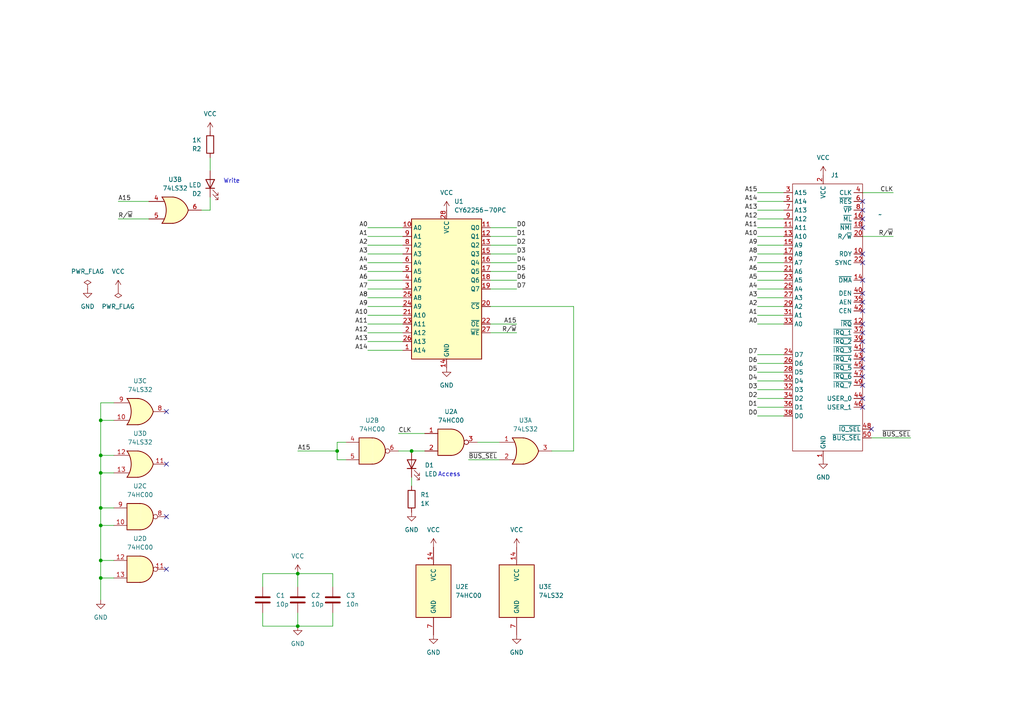
<source format=kicad_sch>
(kicad_sch (version 20230121) (generator eeschema)
  (paper "A4")
  (lib_symbols
    (symbol "74xx:74HC00" (pin_names (offset 1.016))
      (property "Reference" "U" (at 0 1.27 0))
      (property "Value" "74HC00" (at 0 -1.27 0))
      (symbol "74HC00_1_1"
        (arc (start 0 -3.81) (mid 3.7934 0) (end 0 3.81) (stroke (width 0.254)) (fill (type background)))
        (polyline (pts (xy 0 3.81) (xy -3.81 3.81) (xy -3.81 -3.81) (xy 0 -3.81)) (stroke (width 0.254)) (fill (type background)))
        (pin input line (at -7.62 2.54 0) (length 3.81) (name "~") (number "1"))
        (pin input line (at -7.62 -2.54 0) (length 3.81) (name "~") (number "2"))
        (pin output inverted (at 7.62 0 180) (length 3.81) (name "~") (number "3"))
      )
      (symbol "74HC00_1_2"
        (arc (start -3.81 -3.81) (mid -2.589 0) (end -3.81 3.81) (stroke (width 0.254)))
        (arc (start -0.6096 -3.81) (mid 2.1842 -2.5851) (end 3.81 0) (stroke (width 0.254)) (fill (type background)))
        (polyline (pts (xy -3.81 -3.81) (xy -0.635 -3.81)) (stroke (width 0.254)) (fill (type background)))
        (polyline (pts (xy -3.81 3.81) (xy -0.635 3.81)) (stroke (width 0.254)) (fill (type background)))
        (polyline (pts (xy -0.635 3.81) (xy -3.81 3.81) (xy -3.81 3.81) (xy -3.556 3.4036) (xy -3.0226 2.2606) (xy -2.6924 1.0414) (xy -2.6162 -0.254) (xy -2.7686 -1.4986) (xy -3.175 -2.7178) (xy -3.81 -3.81) (xy -3.81 -3.81) (xy -0.635 -3.81)) (stroke (width -25.4)) (fill (type background)))
        (arc (start 3.81 0) (mid 2.1915 2.5936) (end -0.6096 3.81) (stroke (width 0.254)) (fill (type background)))
        (pin input inverted (at -7.62 2.54 0) (length 4.318) (name "~") (number "1"))
        (pin input inverted (at -7.62 -2.54 0) (length 4.318) (name "~") (number "2"))
        (pin output line (at 7.62 0 180) (length 3.81) (name "~") (number "3"))
      )
      (symbol "74HC00_2_1"
        (arc (start 0 -3.81) (mid 3.7934 0) (end 0 3.81) (stroke (width 0.254)) (fill (type background)))
        (polyline (pts (xy 0 3.81) (xy -3.81 3.81) (xy -3.81 -3.81) (xy 0 -3.81)) (stroke (width 0.254)) (fill (type background)))
        (pin input line (at -7.62 2.54 0) (length 3.81) (name "~") (number "4"))
        (pin input line (at -7.62 -2.54 0) (length 3.81) (name "~") (number "5"))
        (pin output inverted (at 7.62 0 180) (length 3.81) (name "~") (number "6"))
      )
      (symbol "74HC00_2_2"
        (arc (start -3.81 -3.81) (mid -2.589 0) (end -3.81 3.81) (stroke (width 0.254)))
        (arc (start -0.6096 -3.81) (mid 2.1842 -2.5851) (end 3.81 0) (stroke (width 0.254)) (fill (type background)))
        (polyline (pts (xy -3.81 -3.81) (xy -0.635 -3.81)) (stroke (width 0.254)) (fill (type background)))
        (polyline (pts (xy -3.81 3.81) (xy -0.635 3.81)) (stroke (width 0.254)) (fill (type background)))
        (polyline (pts (xy -0.635 3.81) (xy -3.81 3.81) (xy -3.81 3.81) (xy -3.556 3.4036) (xy -3.0226 2.2606) (xy -2.6924 1.0414) (xy -2.6162 -0.254) (xy -2.7686 -1.4986) (xy -3.175 -2.7178) (xy -3.81 -3.81) (xy -3.81 -3.81) (xy -0.635 -3.81)) (stroke (width -25.4)) (fill (type background)))
        (arc (start 3.81 0) (mid 2.1915 2.5936) (end -0.6096 3.81) (stroke (width 0.254)) (fill (type background)))
        (pin input inverted (at -7.62 2.54 0) (length 4.318) (name "~") (number "4"))
        (pin input inverted (at -7.62 -2.54 0) (length 4.318) (name "~") (number "5"))
        (pin output line (at 7.62 0 180) (length 3.81) (name "~") (number "6"))
      )
      (symbol "74HC00_3_1"
        (arc (start 0 -3.81) (mid 3.7934 0) (end 0 3.81) (stroke (width 0.254)) (fill (type background)))
        (polyline (pts (xy 0 3.81) (xy -3.81 3.81) (xy -3.81 -3.81) (xy 0 -3.81)) (stroke (width 0.254)) (fill (type background)))
        (pin input line (at -7.62 -2.54 0) (length 3.81) (name "~") (number "10"))
        (pin output inverted (at 7.62 0 180) (length 3.81) (name "~") (number "8"))
        (pin input line (at -7.62 2.54 0) (length 3.81) (name "~") (number "9"))
      )
      (symbol "74HC00_3_2"
        (arc (start -3.81 -3.81) (mid -2.589 0) (end -3.81 3.81) (stroke (width 0.254)))
        (arc (start -0.6096 -3.81) (mid 2.1842 -2.5851) (end 3.81 0) (stroke (width 0.254)) (fill (type background)))
        (polyline (pts (xy -3.81 -3.81) (xy -0.635 -3.81)) (stroke (width 0.254)) (fill (type background)))
        (polyline (pts (xy -3.81 3.81) (xy -0.635 3.81)) (stroke (width 0.254)) (fill (type background)))
        (polyline (pts (xy -0.635 3.81) (xy -3.81 3.81) (xy -3.81 3.81) (xy -3.556 3.4036) (xy -3.0226 2.2606) (xy -2.6924 1.0414) (xy -2.6162 -0.254) (xy -2.7686 -1.4986) (xy -3.175 -2.7178) (xy -3.81 -3.81) (xy -3.81 -3.81) (xy -0.635 -3.81)) (stroke (width -25.4)) (fill (type background)))
        (arc (start 3.81 0) (mid 2.1915 2.5936) (end -0.6096 3.81) (stroke (width 0.254)) (fill (type background)))
        (pin input inverted (at -7.62 -2.54 0) (length 4.318) (name "~") (number "10"))
        (pin output line (at 7.62 0 180) (length 3.81) (name "~") (number "8"))
        (pin input inverted (at -7.62 2.54 0) (length 4.318) (name "~") (number "9"))
      )
      (symbol "74HC00_4_1"
        (arc (start 0 -3.81) (mid 3.7934 0) (end 0 3.81) (stroke (width 0.254)) (fill (type background)))
        (polyline (pts (xy 0 3.81) (xy -3.81 3.81) (xy -3.81 -3.81) (xy 0 -3.81)) (stroke (width 0.254)) (fill (type background)))
        (pin output inverted (at 7.62 0 180) (length 3.81) (name "~") (number "11"))
        (pin input line (at -7.62 2.54 0) (length 3.81) (name "~") (number "12"))
        (pin input line (at -7.62 -2.54 0) (length 3.81) (name "~") (number "13"))
      )
      (symbol "74HC00_4_2"
        (arc (start -3.81 -3.81) (mid -2.589 0) (end -3.81 3.81) (stroke (width 0.254)))
        (arc (start -0.6096 -3.81) (mid 2.1842 -2.5851) (end 3.81 0) (stroke (width 0.254)) (fill (type background)))
        (polyline (pts (xy -3.81 -3.81) (xy -0.635 -3.81)) (stroke (width 0.254)) (fill (type background)))
        (polyline (pts (xy -3.81 3.81) (xy -0.635 3.81)) (stroke (width 0.254)) (fill (type background)))
        (polyline (pts (xy -0.635 3.81) (xy -3.81 3.81) (xy -3.81 3.81) (xy -3.556 3.4036) (xy -3.0226 2.2606) (xy -2.6924 1.0414) (xy -2.6162 -0.254) (xy -2.7686 -1.4986) (xy -3.175 -2.7178) (xy -3.81 -3.81) (xy -3.81 -3.81) (xy -0.635 -3.81)) (stroke (width -25.4)) (fill (type background)))
        (arc (start 3.81 0) (mid 2.1915 2.5936) (end -0.6096 3.81) (stroke (width 0.254)) (fill (type background)))
        (pin output line (at 7.62 0 180) (length 3.81) (name "~") (number "11"))
        (pin input inverted (at -7.62 2.54 0) (length 4.318) (name "~") (number "12"))
        (pin input inverted (at -7.62 -2.54 0) (length 4.318) (name "~") (number "13"))
      )
      (symbol "74HC00_5_0"
        (pin power_in line (at 0 12.7 270) (length 5.08) (name "VCC") (number "14"))
        (pin power_in line (at 0 -12.7 90) (length 5.08) (name "GND") (number "7"))
      )
      (symbol "74HC00_5_1"
        (rectangle (start -5.08 7.62) (end 5.08 -7.62) (stroke (width 0.254)) (fill (type background)))
      )
    )
    (symbol "74xx:74LS32" (pin_names (offset 1.016))
      (property "Reference" "U" (at 0 1.27 0))
      (property "Value" "74LS32" (at 0 -1.27 0))
      (symbol "74LS32_1_1"
        (arc (start -3.81 -3.81) (mid -2.589 0) (end -3.81 3.81) (stroke (width 0.254)))
        (arc (start -0.6096 -3.81) (mid 2.1842 -2.5851) (end 3.81 0) (stroke (width 0.254)) (fill (type background)))
        (polyline (pts (xy -3.81 -3.81) (xy -0.635 -3.81)) (stroke (width 0.254)) (fill (type background)))
        (polyline (pts (xy -3.81 3.81) (xy -0.635 3.81)) (stroke (width 0.254)) (fill (type background)))
        (polyline (pts (xy -0.635 3.81) (xy -3.81 3.81) (xy -3.81 3.81) (xy -3.556 3.4036) (xy -3.0226 2.2606) (xy -2.6924 1.0414) (xy -2.6162 -0.254) (xy -2.7686 -1.4986) (xy -3.175 -2.7178) (xy -3.81 -3.81) (xy -3.81 -3.81) (xy -0.635 -3.81)) (stroke (width -25.4)) (fill (type background)))
        (arc (start 3.81 0) (mid 2.1915 2.5936) (end -0.6096 3.81) (stroke (width 0.254)) (fill (type background)))
        (pin input line (at -7.62 2.54 0) (length 4.318) (name "~") (number "1"))
        (pin input line (at -7.62 -2.54 0) (length 4.318) (name "~") (number "2"))
        (pin output line (at 7.62 0 180) (length 3.81) (name "~") (number "3"))
      )
      (symbol "74LS32_1_2"
        (arc (start 0 -3.81) (mid 3.7934 0) (end 0 3.81) (stroke (width 0.254)) (fill (type background)))
        (polyline (pts (xy 0 3.81) (xy -3.81 3.81) (xy -3.81 -3.81) (xy 0 -3.81)) (stroke (width 0.254)) (fill (type background)))
        (pin input inverted (at -7.62 2.54 0) (length 3.81) (name "~") (number "1"))
        (pin input inverted (at -7.62 -2.54 0) (length 3.81) (name "~") (number "2"))
        (pin output inverted (at 7.62 0 180) (length 3.81) (name "~") (number "3"))
      )
      (symbol "74LS32_2_1"
        (arc (start -3.81 -3.81) (mid -2.589 0) (end -3.81 3.81) (stroke (width 0.254)))
        (arc (start -0.6096 -3.81) (mid 2.1842 -2.5851) (end 3.81 0) (stroke (width 0.254)) (fill (type background)))
        (polyline (pts (xy -3.81 -3.81) (xy -0.635 -3.81)) (stroke (width 0.254)) (fill (type background)))
        (polyline (pts (xy -3.81 3.81) (xy -0.635 3.81)) (stroke (width 0.254)) (fill (type background)))
        (polyline (pts (xy -0.635 3.81) (xy -3.81 3.81) (xy -3.81 3.81) (xy -3.556 3.4036) (xy -3.0226 2.2606) (xy -2.6924 1.0414) (xy -2.6162 -0.254) (xy -2.7686 -1.4986) (xy -3.175 -2.7178) (xy -3.81 -3.81) (xy -3.81 -3.81) (xy -0.635 -3.81)) (stroke (width -25.4)) (fill (type background)))
        (arc (start 3.81 0) (mid 2.1915 2.5936) (end -0.6096 3.81) (stroke (width 0.254)) (fill (type background)))
        (pin input line (at -7.62 2.54 0) (length 4.318) (name "~") (number "4"))
        (pin input line (at -7.62 -2.54 0) (length 4.318) (name "~") (number "5"))
        (pin output line (at 7.62 0 180) (length 3.81) (name "~") (number "6"))
      )
      (symbol "74LS32_2_2"
        (arc (start 0 -3.81) (mid 3.7934 0) (end 0 3.81) (stroke (width 0.254)) (fill (type background)))
        (polyline (pts (xy 0 3.81) (xy -3.81 3.81) (xy -3.81 -3.81) (xy 0 -3.81)) (stroke (width 0.254)) (fill (type background)))
        (pin input inverted (at -7.62 2.54 0) (length 3.81) (name "~") (number "4"))
        (pin input inverted (at -7.62 -2.54 0) (length 3.81) (name "~") (number "5"))
        (pin output inverted (at 7.62 0 180) (length 3.81) (name "~") (number "6"))
      )
      (symbol "74LS32_3_1"
        (arc (start -3.81 -3.81) (mid -2.589 0) (end -3.81 3.81) (stroke (width 0.254)))
        (arc (start -0.6096 -3.81) (mid 2.1842 -2.5851) (end 3.81 0) (stroke (width 0.254)) (fill (type background)))
        (polyline (pts (xy -3.81 -3.81) (xy -0.635 -3.81)) (stroke (width 0.254)) (fill (type background)))
        (polyline (pts (xy -3.81 3.81) (xy -0.635 3.81)) (stroke (width 0.254)) (fill (type background)))
        (polyline (pts (xy -0.635 3.81) (xy -3.81 3.81) (xy -3.81 3.81) (xy -3.556 3.4036) (xy -3.0226 2.2606) (xy -2.6924 1.0414) (xy -2.6162 -0.254) (xy -2.7686 -1.4986) (xy -3.175 -2.7178) (xy -3.81 -3.81) (xy -3.81 -3.81) (xy -0.635 -3.81)) (stroke (width -25.4)) (fill (type background)))
        (arc (start 3.81 0) (mid 2.1915 2.5936) (end -0.6096 3.81) (stroke (width 0.254)) (fill (type background)))
        (pin input line (at -7.62 -2.54 0) (length 4.318) (name "~") (number "10"))
        (pin output line (at 7.62 0 180) (length 3.81) (name "~") (number "8"))
        (pin input line (at -7.62 2.54 0) (length 4.318) (name "~") (number "9"))
      )
      (symbol "74LS32_3_2"
        (arc (start 0 -3.81) (mid 3.7934 0) (end 0 3.81) (stroke (width 0.254)) (fill (type background)))
        (polyline (pts (xy 0 3.81) (xy -3.81 3.81) (xy -3.81 -3.81) (xy 0 -3.81)) (stroke (width 0.254)) (fill (type background)))
        (pin input inverted (at -7.62 -2.54 0) (length 3.81) (name "~") (number "10"))
        (pin output inverted (at 7.62 0 180) (length 3.81) (name "~") (number "8"))
        (pin input inverted (at -7.62 2.54 0) (length 3.81) (name "~") (number "9"))
      )
      (symbol "74LS32_4_1"
        (arc (start -3.81 -3.81) (mid -2.589 0) (end -3.81 3.81) (stroke (width 0.254)))
        (arc (start -0.6096 -3.81) (mid 2.1842 -2.5851) (end 3.81 0) (stroke (width 0.254)) (fill (type background)))
        (polyline (pts (xy -3.81 -3.81) (xy -0.635 -3.81)) (stroke (width 0.254)) (fill (type background)))
        (polyline (pts (xy -3.81 3.81) (xy -0.635 3.81)) (stroke (width 0.254)) (fill (type background)))
        (polyline (pts (xy -0.635 3.81) (xy -3.81 3.81) (xy -3.81 3.81) (xy -3.556 3.4036) (xy -3.0226 2.2606) (xy -2.6924 1.0414) (xy -2.6162 -0.254) (xy -2.7686 -1.4986) (xy -3.175 -2.7178) (xy -3.81 -3.81) (xy -3.81 -3.81) (xy -0.635 -3.81)) (stroke (width -25.4)) (fill (type background)))
        (arc (start 3.81 0) (mid 2.1915 2.5936) (end -0.6096 3.81) (stroke (width 0.254)) (fill (type background)))
        (pin output line (at 7.62 0 180) (length 3.81) (name "~") (number "11"))
        (pin input line (at -7.62 2.54 0) (length 4.318) (name "~") (number "12"))
        (pin input line (at -7.62 -2.54 0) (length 4.318) (name "~") (number "13"))
      )
      (symbol "74LS32_4_2"
        (arc (start 0 -3.81) (mid 3.7934 0) (end 0 3.81) (stroke (width 0.254)) (fill (type background)))
        (polyline (pts (xy 0 3.81) (xy -3.81 3.81) (xy -3.81 -3.81) (xy 0 -3.81)) (stroke (width 0.254)) (fill (type background)))
        (pin output inverted (at 7.62 0 180) (length 3.81) (name "~") (number "11"))
        (pin input inverted (at -7.62 2.54 0) (length 3.81) (name "~") (number "12"))
        (pin input inverted (at -7.62 -2.54 0) (length 3.81) (name "~") (number "13"))
      )
      (symbol "74LS32_5_0"
        (pin power_in line (at 0 12.7 270) (length 5.08) (name "VCC") (number "14"))
        (pin power_in line (at 0 -12.7 90) (length 5.08) (name "GND") (number "7"))
      )
      (symbol "74LS32_5_1"
        (rectangle (start -5.08 7.62) (end 5.08 -7.62) (stroke (width 0.254)) (fill (type background)))
      )
    )
    (symbol "Device:C" (pin_numbers hide) (pin_names (offset 0.254))
      (property "Reference" "C" (at 0.635 2.54 0))
      (property "Value" "C" (at 0.635 -2.54 0))
      (symbol "C_0_1"
        (polyline (pts (xy -2.032 -0.762) (xy 2.032 -0.762)) (stroke (width 0.508)))
        (polyline (pts (xy -2.032 0.762) (xy 2.032 0.762)) (stroke (width 0.508)))
      )
      (symbol "C_1_1"
        (pin passive line (at 0 3.81 270) (length 2.794) (name "~") (number "1"))
        (pin passive line (at 0 -3.81 90) (length 2.794) (name "~") (number "2"))
      )
    )
    (symbol "Device:LED" (pin_numbers hide) (pin_names (offset 1.016) hide)
      (property "Reference" "D" (at 0 2.54 0))
      (property "Value" "LED" (at 0 -2.54 0))
      (symbol "LED_0_1"
        (polyline (pts (xy -1.27 -1.27) (xy -1.27 1.27)) (stroke (width 0.254)))
        (polyline (pts (xy -1.27 0) (xy 1.27 0)))
        (polyline (pts (xy 1.27 -1.27) (xy 1.27 1.27) (xy -1.27 0) (xy 1.27 -1.27)) (stroke (width 0.254)))
        (polyline (pts (xy -3.048 -0.762) (xy -4.572 -2.286) (xy -3.81 -2.286) (xy -4.572 -2.286) (xy -4.572 -1.524)))
        (polyline (pts (xy -1.778 -0.762) (xy -3.302 -2.286) (xy -2.54 -2.286) (xy -3.302 -2.286) (xy -3.302 -1.524)))
      )
      (symbol "LED_1_1"
        (pin passive line (at -3.81 0 0) (length 2.54) (name "K") (number "1"))
        (pin passive line (at 3.81 0 180) (length 2.54) (name "A") (number "2"))
      )
    )
    (symbol "Device:R" (pin_numbers hide) (pin_names (offset 0))
      (property "Reference" "R" (at 2.032 0 90))
      (property "Value" "R" (at 0 0 90))
      (symbol "R_0_1"
        (rectangle (start -1.016 -2.54) (end 1.016 2.54) (stroke (width 0.254)))
      )
      (symbol "R_1_1"
        (pin passive line (at 0 3.81 270) (length 1.27) (name "~") (number "1"))
        (pin passive line (at 0 -3.81 90) (length 1.27) (name "~") (number "2"))
      )
    )
    (symbol "Memory_RAM:CY62256-70PC"
      (property "Reference" "U" (at -10.16 20.955 0))
      (property "Value" "CY62256-70PC" (at 2.54 20.955 0))
      (symbol "CY62256-70PC_0_0"
        (pin power_in line (at 0 -22.86 90) (length 2.54) (name "GND") (number "14"))
        (pin power_in line (at 0 22.86 270) (length 2.54) (name "VCC") (number "28"))
      )
      (symbol "CY62256-70PC_0_1"
        (rectangle (start -10.16 20.32) (end 10.16 -20.32) (stroke (width 0.254)) (fill (type background)))
      )
      (symbol "CY62256-70PC_1_1"
        (pin input line (at -12.7 -17.78 0) (length 2.54) (name "A14") (number "1"))
        (pin input line (at -12.7 17.78 0) (length 2.54) (name "A0") (number "10"))
        (pin tri_state line (at 12.7 17.78 180) (length 2.54) (name "Q0") (number "11"))
        (pin tri_state line (at 12.7 15.24 180) (length 2.54) (name "Q1") (number "12"))
        (pin tri_state line (at 12.7 12.7 180) (length 2.54) (name "Q2") (number "13"))
        (pin tri_state line (at 12.7 10.16 180) (length 2.54) (name "Q3") (number "15"))
        (pin tri_state line (at 12.7 7.62 180) (length 2.54) (name "Q4") (number "16"))
        (pin tri_state line (at 12.7 5.08 180) (length 2.54) (name "Q5") (number "17"))
        (pin tri_state line (at 12.7 2.54 180) (length 2.54) (name "Q6") (number "18"))
        (pin tri_state line (at 12.7 0 180) (length 2.54) (name "Q7") (number "19"))
        (pin input line (at -12.7 -12.7 0) (length 2.54) (name "A12") (number "2"))
        (pin input line (at 12.7 -5.08 180) (length 2.54) (name "~{CS}") (number "20"))
        (pin input line (at -12.7 -7.62 0) (length 2.54) (name "A10") (number "21"))
        (pin input line (at 12.7 -10.16 180) (length 2.54) (name "~{OE}") (number "22"))
        (pin input line (at -12.7 -10.16 0) (length 2.54) (name "A11") (number "23"))
        (pin input line (at -12.7 -5.08 0) (length 2.54) (name "A9") (number "24"))
        (pin input line (at -12.7 -2.54 0) (length 2.54) (name "A8") (number "25"))
        (pin input line (at -12.7 -15.24 0) (length 2.54) (name "A13") (number "26"))
        (pin input line (at 12.7 -12.7 180) (length 2.54) (name "~{WE}") (number "27"))
        (pin input line (at -12.7 0 0) (length 2.54) (name "A7") (number "3"))
        (pin input line (at -12.7 2.54 0) (length 2.54) (name "A6") (number "4"))
        (pin input line (at -12.7 5.08 0) (length 2.54) (name "A5") (number "5"))
        (pin input line (at -12.7 7.62 0) (length 2.54) (name "A4") (number "6"))
        (pin input line (at -12.7 10.16 0) (length 2.54) (name "A3") (number "7"))
        (pin input line (at -12.7 12.7 0) (length 2.54) (name "A2") (number "8"))
        (pin input line (at -12.7 15.24 0) (length 2.54) (name "A1") (number "9"))
      )
    )
    (symbol "fp65:fp65_backplane"
      (property "Reference" "J" (at 2.54 35.56 0))
      (symbol "fp65_backplane_0_1"
        (rectangle (start -8.89 33.02) (end 11.43 -44.45))
      )
      (symbol "fp65_backplane_1_0"
        (pin input line (at 0 -46.99 90) (length 2.54) (name "GND") (number "1"))
        (pin input line (at 11.43 12.7 180) (length 2.54) (name "RDY") (number "10"))
        (pin input line (at -11.43 20.32 0) (length 2.54) (name "A11") (number "11"))
        (pin input line (at 11.43 -7.62 180) (length 2.54) (name "~{IRQ}") (number "12"))
        (pin input line (at -11.43 17.78 0) (length 2.54) (name "A10") (number "13"))
        (pin open_collector line (at 11.43 5.08 180) (length 2.54) (name "~{DMA}") (number "14"))
        (pin input line (at -11.43 15.24 0) (length 2.54) (name "A9") (number "15"))
        (pin input line (at 11.43 22.86 180) (length 2.54) (name "~{ML}") (number "16"))
        (pin input line (at -11.43 12.7 0) (length 2.54) (name "A8") (number "17"))
        (pin input line (at 11.43 20.32 180) (length 2.54) (name "~{NMI}") (number "18"))
        (pin input line (at -11.43 10.16 0) (length 2.54) (name "A7") (number "19"))
        (pin input line (at 0 35.56 270) (length 2.54) (name "VCC") (number "2"))
        (pin input line (at 11.43 17.78 180) (length 2.54) (name "R/~{W}") (number "20"))
        (pin input line (at -11.43 7.62 0) (length 2.54) (name "A6") (number "21"))
        (pin input line (at 11.43 10.16 180) (length 2.54) (name "SYNC") (number "22"))
        (pin input line (at -11.43 5.08 0) (length 2.54) (name "A5") (number "23"))
        (pin input line (at -11.43 -16.51 0) (length 2.54) (name "D7") (number "24"))
        (pin input line (at -11.43 2.54 0) (length 2.54) (name "A4") (number "25"))
        (pin input line (at -11.43 -19.05 0) (length 2.54) (name "D6") (number "26"))
        (pin input line (at -11.43 0 0) (length 2.54) (name "A3") (number "27"))
        (pin input line (at -11.43 -21.59 0) (length 2.54) (name "D5") (number "28"))
        (pin input line (at -11.43 -2.54 0) (length 2.54) (name "A2") (number "29"))
        (pin input line (at -11.43 -24.13 0) (length 2.54) (name "D4") (number "30"))
        (pin input line (at -11.43 -5.08 0) (length 2.54) (name "A1") (number "31"))
        (pin input line (at -11.43 -26.67 0) (length 2.54) (name "D3") (number "32"))
        (pin input line (at -11.43 -7.62 0) (length 2.54) (name "A0") (number "33"))
        (pin input line (at -11.43 -29.21 0) (length 2.54) (name "D2") (number "34"))
        (pin open_collector line (at 11.43 -1.27 180) (length 2.54) (name "AEN") (number "35"))
        (pin input line (at -11.43 -31.75 0) (length 2.54) (name "D1") (number "36"))
        (pin input line (at 11.43 -10.16 180) (length 2.54) (name "~{IRQ_1}") (number "37"))
        (pin input line (at -11.43 -34.29 0) (length 2.54) (name "D0") (number "38"))
        (pin input line (at 11.43 -12.7 180) (length 2.54) (name "~{IRQ_2}") (number "39"))
        (pin input line (at 11.43 30.48 180) (length 2.54) (name "CLK") (number "4"))
        (pin open_collector line (at 11.43 1.27 180) (length 2.54) (name "DEN") (number "40"))
        (pin input line (at 11.43 -15.24 180) (length 2.54) (name "~{IRQ_3}") (number "41"))
        (pin open_collector line (at 11.43 -3.81 180) (length 2.54) (name "CEN") (number "42"))
        (pin input line (at 11.43 -17.78 180) (length 2.54) (name "~{IRQ_4}") (number "43"))
        (pin input line (at 11.43 -29.21 180) (length 2.54) (name "USER_0") (number "44"))
        (pin input line (at 11.43 -20.32 180) (length 2.54) (name "~{IRQ_5}") (number "45"))
        (pin input line (at 11.43 -31.75 180) (length 2.54) (name "USER_1") (number "46"))
        (pin input line (at 11.43 -22.86 180) (length 2.54) (name "~{IRQ_6}") (number "47"))
        (pin input line (at 13.97 -38.1 180) (length 2.54) (name "~{IO_SEL}") (number "48"))
        (pin input line (at 11.43 -25.4 180) (length 2.54) (name "~{IRQ_7}") (number "49"))
        (pin input line (at -11.43 27.94 0) (length 2.54) (name "A14") (number "5"))
        (pin input line (at 13.97 -40.64 180) (length 2.54) (name "~{BUS_SEL}") (number "50"))
        (pin input line (at 11.43 27.94 180) (length 2.54) (name "~{RES}") (number "6"))
        (pin input line (at -11.43 25.4 0) (length 2.54) (name "A13") (number "7"))
        (pin input line (at 11.43 25.4 180) (length 2.54) (name "~{VP}") (number "8"))
        (pin input line (at -11.43 22.86 0) (length 2.54) (name "A12") (number "9"))
      )
      (symbol "fp65_backplane_1_1"
        (pin input line (at -11.43 30.48 0) (length 2.54) (name "A15") (number "3"))
      )
    )
    (symbol "power:GND" (power) (pin_names (offset 0))
      (property "Value" "GND" (at 0 -3.81 0))
      (symbol "GND_0_1"
        (polyline (pts (xy 0 0) (xy 0 -1.27) (xy 1.27 -1.27) (xy 0 -2.54) (xy -1.27 -1.27) (xy 0 -1.27)))
      )
      (symbol "GND_1_1"
        (pin power_in line (at 0 0 270) (length 0) hide (name "GND") (number "1"))
      )
    )
    (symbol "power:PWR_FLAG" (power) (pin_numbers hide) (pin_names (offset 0) hide)
      (property "Value" "PWR_FLAG" (at 0 3.81 0))
      (symbol "PWR_FLAG_0_0"
        (pin power_out line (at 0 0 90) (length 0) (name "pwr") (number "1"))
      )
      (symbol "PWR_FLAG_0_1"
        (polyline (pts (xy 0 0) (xy 0 1.27) (xy -1.016 1.905) (xy 0 2.54) (xy 1.016 1.905) (xy 0 1.27)))
      )
    )
    (symbol "power:VCC" (power) (pin_names (offset 0))
      (property "Value" "VCC" (at 0 3.81 0))
      (symbol "VCC_0_1"
        (polyline (pts (xy -0.762 1.27) (xy 0 2.54)))
        (polyline (pts (xy 0 0) (xy 0 2.54)))
        (polyline (pts (xy 0 2.54) (xy 0.762 1.27)))
      )
      (symbol "VCC_1_1"
        (pin power_in line (at 0 0 90) (length 0) hide (name "VCC") (number "1"))
      )
    )
  )
  (junction (at 29.21 132.08))
  (junction (at 29.21 152.4))
  (junction (at 86.36 181.61))
  (junction (at 97.79 130.81))
  (junction (at 29.21 121.92))
  (junction (at 29.21 137.16))
  (junction (at 119.38 130.81))
  (junction (at 86.36 166.37))
  (junction (at 29.21 162.56))
  (junction (at 29.21 167.64))
  (junction (at 29.21 147.32))
  (no_connect (at 250.19 73.66))
  (no_connect (at 48.26 119.38))
  (no_connect (at 250.19 101.6))
  (no_connect (at 250.19 93.98))
  (no_connect (at 250.19 104.14))
  (no_connect (at 250.19 99.06))
  (no_connect (at 250.19 76.2))
  (no_connect (at 48.26 134.62))
  (no_connect (at 250.19 106.68))
  (no_connect (at 48.26 165.1))
  (no_connect (at 250.19 109.22))
  (no_connect (at 250.19 115.57))
  (no_connect (at 250.19 58.42))
  (no_connect (at 250.19 85.09))
  (no_connect (at 250.19 118.11))
  (no_connect (at 250.19 111.76))
  (no_connect (at 250.19 63.5))
  (no_connect (at 250.19 81.28))
  (no_connect (at 250.19 90.17))
  (no_connect (at 250.19 87.63))
  (no_connect (at 250.19 60.96))
  (no_connect (at 252.73 124.46))
  (no_connect (at 48.26 149.86))
  (no_connect (at 250.19 96.52))
  (no_connect (at 250.19 66.04))
  (wire (pts (xy 106.68 71.12) (xy 116.84 71.12)))
  (wire (pts (xy 29.21 116.84) (xy 33.02 116.84)))
  (wire (pts (xy 106.68 93.98) (xy 116.84 93.98)))
  (wire (pts (xy 29.21 162.56) (xy 33.02 162.56)))
  (wire (pts (xy 106.68 78.74) (xy 116.84 78.74)))
  (wire (pts (xy 29.21 167.64) (xy 29.21 173.99)))
  (wire (pts (xy 97.79 130.81) (xy 97.79 133.35)))
  (wire (pts (xy 219.71 58.42) (xy 227.33 58.42)))
  (wire (pts (xy 60.96 60.96) (xy 60.96 57.15)))
  (wire (pts (xy 29.21 152.4) (xy 33.02 152.4)))
  (wire (pts (xy 29.21 132.08) (xy 29.21 137.16)))
  (wire (pts (xy 29.21 121.92) (xy 33.02 121.92)))
  (wire (pts (xy 76.2 166.37) (xy 86.36 166.37)))
  (wire (pts (xy 219.71 76.2) (xy 227.33 76.2)))
  (wire (pts (xy 100.33 128.27) (xy 97.79 128.27)))
  (wire (pts (xy 106.68 101.6) (xy 116.84 101.6)))
  (wire (pts (xy 149.86 73.66) (xy 142.24 73.66)))
  (wire (pts (xy 86.36 177.8) (xy 86.36 181.61)))
  (wire (pts (xy 106.68 96.52) (xy 116.84 96.52)))
  (wire (pts (xy 76.2 177.8) (xy 76.2 181.61)))
  (wire (pts (xy 106.68 83.82) (xy 116.84 83.82)))
  (wire (pts (xy 106.68 66.04) (xy 116.84 66.04)))
  (wire (pts (xy 149.86 78.74) (xy 142.24 78.74)))
  (wire (pts (xy 29.21 152.4) (xy 29.21 162.56)))
  (wire (pts (xy 33.02 147.32) (xy 29.21 147.32)))
  (wire (pts (xy 219.71 78.74) (xy 227.33 78.74)))
  (wire (pts (xy 106.68 86.36) (xy 116.84 86.36)))
  (wire (pts (xy 29.21 137.16) (xy 33.02 137.16)))
  (wire (pts (xy 115.57 130.81) (xy 119.38 130.81)))
  (wire (pts (xy 144.78 128.27) (xy 138.43 128.27)))
  (wire (pts (xy 29.21 167.64) (xy 33.02 167.64)))
  (wire (pts (xy 97.79 128.27) (xy 97.79 130.81)))
  (wire (pts (xy 219.71 88.9) (xy 227.33 88.9)))
  (wire (pts (xy 142.24 88.9) (xy 166.37 88.9)))
  (wire (pts (xy 60.96 45.72) (xy 60.96 49.53)))
  (wire (pts (xy 219.71 55.88) (xy 227.33 55.88)))
  (wire (pts (xy 166.37 130.81) (xy 160.02 130.81)))
  (wire (pts (xy 219.71 107.95) (xy 227.33 107.95)))
  (wire (pts (xy 119.38 140.97) (xy 119.38 138.43)))
  (wire (pts (xy 34.29 58.42) (xy 43.18 58.42)))
  (wire (pts (xy 250.19 55.88) (xy 259.08 55.88)))
  (wire (pts (xy 97.79 133.35) (xy 100.33 133.35)))
  (wire (pts (xy 29.21 147.32) (xy 29.21 152.4)))
  (wire (pts (xy 119.38 130.81) (xy 123.19 130.81)))
  (wire (pts (xy 86.36 166.37) (xy 96.52 166.37)))
  (wire (pts (xy 76.2 181.61) (xy 86.36 181.61)))
  (wire (pts (xy 219.71 83.82) (xy 227.33 83.82)))
  (wire (pts (xy 219.71 113.03) (xy 227.33 113.03)))
  (wire (pts (xy 219.71 102.87) (xy 227.33 102.87)))
  (wire (pts (xy 149.86 76.2) (xy 142.24 76.2)))
  (wire (pts (xy 106.68 68.58) (xy 116.84 68.58)))
  (wire (pts (xy 219.71 68.58) (xy 227.33 68.58)))
  (wire (pts (xy 96.52 181.61) (xy 96.52 177.8)))
  (wire (pts (xy 106.68 81.28) (xy 116.84 81.28)))
  (wire (pts (xy 76.2 170.18) (xy 76.2 166.37)))
  (wire (pts (xy 142.24 93.98) (xy 149.86 93.98)))
  (wire (pts (xy 219.71 91.44) (xy 227.33 91.44)))
  (wire (pts (xy 58.42 60.96) (xy 60.96 60.96)))
  (wire (pts (xy 219.71 60.96) (xy 227.33 60.96)))
  (wire (pts (xy 106.68 88.9) (xy 116.84 88.9)))
  (wire (pts (xy 219.71 105.41) (xy 227.33 105.41)))
  (wire (pts (xy 219.71 71.12) (xy 227.33 71.12)))
  (wire (pts (xy 29.21 162.56) (xy 29.21 167.64)))
  (wire (pts (xy 219.71 118.11) (xy 227.33 118.11)))
  (wire (pts (xy 29.21 121.92) (xy 29.21 132.08)))
  (wire (pts (xy 142.24 96.52) (xy 149.86 96.52)))
  (wire (pts (xy 219.71 115.57) (xy 227.33 115.57)))
  (wire (pts (xy 86.36 166.37) (xy 86.36 170.18)))
  (wire (pts (xy 259.08 68.58) (xy 250.19 68.58)))
  (wire (pts (xy 149.86 81.28) (xy 142.24 81.28)))
  (wire (pts (xy 29.21 116.84) (xy 29.21 121.92)))
  (wire (pts (xy 149.86 68.58) (xy 142.24 68.58)))
  (wire (pts (xy 252.73 127) (xy 264.16 127)))
  (wire (pts (xy 219.71 86.36) (xy 227.33 86.36)))
  (wire (pts (xy 96.52 166.37) (xy 96.52 170.18)))
  (wire (pts (xy 106.68 73.66) (xy 116.84 73.66)))
  (wire (pts (xy 106.68 91.44) (xy 116.84 91.44)))
  (wire (pts (xy 29.21 132.08) (xy 33.02 132.08)))
  (wire (pts (xy 219.71 63.5) (xy 227.33 63.5)))
  (wire (pts (xy 86.36 130.81) (xy 97.79 130.81)))
  (wire (pts (xy 106.68 76.2) (xy 116.84 76.2)))
  (wire (pts (xy 115.57 125.73) (xy 123.19 125.73)))
  (wire (pts (xy 219.71 73.66) (xy 227.33 73.66)))
  (wire (pts (xy 149.86 71.12) (xy 142.24 71.12)))
  (wire (pts (xy 219.71 120.65) (xy 227.33 120.65)))
  (wire (pts (xy 86.36 181.61) (xy 96.52 181.61)))
  (wire (pts (xy 34.29 63.5) (xy 43.18 63.5)))
  (wire (pts (xy 166.37 88.9) (xy 166.37 130.81)))
  (wire (pts (xy 106.68 99.06) (xy 116.84 99.06)))
  (wire (pts (xy 219.71 66.04) (xy 227.33 66.04)))
  (wire (pts (xy 149.86 66.04) (xy 142.24 66.04)))
  (wire (pts (xy 219.71 110.49) (xy 227.33 110.49)))
  (wire (pts (xy 149.86 83.82) (xy 142.24 83.82)))
  (wire (pts (xy 29.21 137.16) (xy 29.21 147.32)))
  (wire (pts (xy 219.71 93.98) (xy 227.33 93.98)))
  (wire (pts (xy 135.89 133.35) (xy 144.78 133.35)))
  (wire (pts (xy 219.71 81.28) (xy 227.33 81.28)))
  (text "Access" (at 127 138.43 0) (effects (font (size 1.27 1.27)) (justify left bottom)))
  (text "Write" (at 64.77 53.34 0) (effects (font (size 1.27 1.27)) (justify left bottom)))
  (label "A6" (at 106.68 81.28 180))
  (label "D3" (at 219.71 113.03 180))
  (label "A9" (at 106.68 88.9 180))
  (label "D2" (at 149.86 71.12 0))
  (label "A1" (at 106.68 68.58 180))
  (label "R{slash}~{W}" (at 259.08 68.58 180))
  (label "A9" (at 219.71 71.12 180))
  (label "CLK" (at 259.08 55.88 180))
  (label "A15" (at 219.71 55.88 180))
  (label "A0" (at 106.68 66.04 180))
  (label "A15" (at 34.29 58.42 0))
  (label "A2" (at 106.68 71.12 180))
  (label "R{slash}~{W}" (at 34.29 63.5 0))
  (label "A3" (at 219.71 86.36 180))
  (label "D1" (at 219.71 118.11 180))
  (label "A1" (at 219.71 91.44 180))
  (label "D0" (at 219.71 120.65 180))
  (label "A4" (at 219.71 83.82 180))
  (label "R{slash}~{W}" (at 149.86 96.52 180))
  (label "D7" (at 149.86 83.82 0))
  (label "A11" (at 219.71 66.04 180))
  (label "D6" (at 149.86 81.28 0))
  (label "CLK" (at 115.57 125.73 0))
  (label "A14" (at 106.68 101.6 180))
  (label "A15" (at 149.86 93.98 180))
  (label "D2" (at 219.71 115.57 180))
  (label "A2" (at 219.71 88.9 180))
  (label "A5" (at 106.68 78.74 180))
  (label "A13" (at 219.71 60.96 180))
  (label "A11" (at 106.68 93.98 180))
  (label "D5" (at 149.86 78.74 0))
  (label "~{BUS_SEL}" (at 264.16 127 180))
  (label "D4" (at 149.86 76.2 0))
  (label "D4" (at 219.71 110.49 180))
  (label "D3" (at 149.86 73.66 0))
  (label "D5" (at 219.71 107.95 180))
  (label "A10" (at 219.71 68.58 180))
  (label "A12" (at 219.71 63.5 180))
  (label "A10" (at 106.68 91.44 180))
  (label "A14" (at 219.71 58.42 180))
  (label "~{BUS_SEL}" (at 135.89 133.35 0))
  (label "A7" (at 219.71 76.2 180))
  (label "A13" (at 106.68 99.06 180))
  (label "A8" (at 106.68 86.36 180))
  (label "D0" (at 149.86 66.04 0))
  (label "A4" (at 106.68 76.2 180))
  (label "A3" (at 106.68 73.66 180))
  (label "A6" (at 219.71 78.74 180))
  (label "D7" (at 219.71 102.87 180))
  (label "A0" (at 219.71 93.98 180))
  (label "A8" (at 219.71 73.66 180))
  (label "A5" (at 219.71 81.28 180))
  (label "A15" (at 86.36 130.81 0))
  (label "D1" (at 149.86 68.58 0))
  (label "A12" (at 106.68 96.52 180))
  (label "D6" (at 219.71 105.41 180))
  (label "A7" (at 106.68 83.82 180))
  (symbol (lib_id "Device:R") (at 60.96 41.91 180) (unit 1)
    (property "Reference" "R2" (at 58.42 43.18 0) (effects (justify left)))
    (property "Value" "1K" (at 58.42 40.64 0) (effects (justify left)))
    (property "Footprint" "Resistor_THT:R_Axial_DIN0204_L3.6mm_D1.6mm_P7.62mm_Horizontal" (effects hide))
  )
  (symbol (lib_id "Device:C") (at 96.52 173.99 0) (unit 1)
    (property "Reference" "C3" (at 100.33 172.72 0) (effects (justify left)))
    (property "Value" "10n" (at 100.33 175.26 0) (effects (justify left)))
    (property "Footprint" "Capacitor_THT:C_Disc_D4.3mm_W1.9mm_P5.00mm" (effects hide))
  )
  (symbol (lib_id "power:VCC") (at 86.36 166.37 0) (unit 1)
    (property "Reference" "#PWR06" (effects hide))
    (property "Value" "VCC" (at 86.36 161.29 0))
  )
  (symbol (lib_id "power:VCC") (at 34.29 83.82 0) (unit 1)
    (property "Reference" "#PWR014" (effects hide))
    (property "Value" "VCC" (at 34.29 78.74 0))
  )
  (symbol (lib_id "Memory_RAM:CY62256-70PC") (at 129.54 83.82 0) (unit 1)
    (property "Reference" "U1" (at 131.7341 58.42 0) (effects (justify left)))
    (property "Value" "CY62256-70PC" (at 131.7341 60.96 0) (effects (justify left)))
    (property "Footprint" "Package_DIP:DIP-28_W15.24mm" (effects hide))
    (property "Datasheet" "https://ecee.colorado.edu/~mcclurel/Cypress_SRAM_CY62256.pdf" (effects hide))
  )
  (symbol (lib_id "power:GND") (at 119.38 148.59 0) (unit 1)
    (property "Reference" "#PWR012" (effects hide))
    (property "Value" "GND" (at 119.38 153.67 0))
  )
  (symbol (lib_id "74xx:74LS32") (at 40.64 119.38 0) (unit 3)
    (property "Reference" "U3" (at 40.64 110.49 0))
    (property "Value" "74LS32" (at 40.64 113.03 0))
    (property "Footprint" "Package_DIP:DIP-14_W7.62mm" (effects hide))
    (property "Datasheet" "http://www.ti.com/lit/gpn/sn74LS32" (effects hide))
  )
  (symbol (lib_id "power:GND") (at 86.36 181.61 0) (unit 1)
    (property "Reference" "#PWR07" (effects hide))
    (property "Value" "GND" (at 86.36 186.69 0))
  )
  (symbol (lib_id "Device:C") (at 76.2 173.99 0) (unit 1)
    (property "Reference" "C1" (at 80.01 172.72 0) (effects (justify left)))
    (property "Value" "10p" (at 80.01 175.26 0) (effects (justify left)))
    (property "Footprint" "Capacitor_THT:C_Disc_D4.3mm_W1.9mm_P5.00mm" (effects hide))
  )
  (symbol (lib_id "fp65:fp65_backplane") (at 238.76 86.36 0) (unit 1)
    (property "Reference" "J1" (at 240.9541 50.8 0) (effects (justify left)))
    (property "Value" "~" (at 255.27 62.23 0))
    (property "Footprint" "Connector_PinHeader_2.54mm:PinHeader_2x25_P2.54mm_Horizontal" (effects hide))
  )
  (symbol (lib_id "74xx:74HC00") (at 40.64 165.1 0) (unit 4)
    (property "Reference" "U2" (at 40.6317 156.21 0))
    (property "Value" "74HC00" (at 40.6317 158.75 0))
    (property "Footprint" "Package_DIP:DIP-14_W7.62mm" (effects hide))
    (property "Datasheet" "http://www.ti.com/lit/gpn/sn74hc00" (effects hide))
  )
  (symbol (lib_id "74xx:74HC00") (at 130.81 128.27 0) (unit 1)
    (property "Reference" "U2" (at 130.8017 119.38 0))
    (property "Value" "74HC00" (at 130.8017 121.92 0))
    (property "Footprint" "Package_DIP:DIP-14_W7.62mm" (effects hide))
    (property "Datasheet" "http://www.ti.com/lit/gpn/sn74hc00" (effects hide))
  )
  (symbol (lib_id "power:VCC") (at 149.86 158.75 0) (unit 1)
    (property "Reference" "#PWR010" (effects hide))
    (property "Value" "VCC" (at 149.86 153.67 0))
  )
  (symbol (lib_id "power:PWR_FLAG") (at 25.4 83.82 0) (unit 1)
    (property "Reference" "#FLG01" (effects hide))
    (property "Value" "PWR_FLAG" (at 25.4 78.74 0))
  )
  (symbol (lib_id "Device:LED") (at 60.96 53.34 90) (unit 1)
    (property "Reference" "D2" (at 58.42 56.1975 90) (effects (justify left)))
    (property "Value" "LED" (at 58.42 53.6575 90) (effects (justify left)))
    (property "Footprint" "LED_THT:LED_D3.0mm_Horizontal_O1.27mm_Z2.0mm" (effects hide))
  )
  (symbol (lib_id "74xx:74LS32") (at 50.8 60.96 0) (unit 2)
    (property "Reference" "U3" (at 50.8 52.07 0))
    (property "Value" "74LS32" (at 50.8 54.61 0))
    (property "Footprint" "Package_DIP:DIP-14_W7.62mm" (effects hide))
    (property "Datasheet" "http://www.ti.com/lit/gpn/sn74LS32" (effects hide))
  )
  (symbol (lib_id "power:GND") (at 238.76 133.35 0) (unit 1)
    (property "Reference" "#PWR09" (effects hide))
    (property "Value" "GND" (at 238.76 138.43 0))
  )
  (symbol (lib_id "power:GND") (at 29.21 173.99 0) (unit 1)
    (property "Reference" "#PWR05" (effects hide))
    (property "Value" "GND" (at 29.21 179.07 0))
  )
  (symbol (lib_id "power:VCC") (at 129.54 60.96 0) (unit 1)
    (property "Reference" "#PWR01" (effects hide))
    (property "Value" "VCC" (at 129.54 55.88 0))
  )
  (symbol (lib_id "power:GND") (at 129.54 106.68 0) (unit 1)
    (property "Reference" "#PWR02" (effects hide))
    (property "Value" "GND" (at 129.54 111.76 0))
  )
  (symbol (lib_id "power:VCC") (at 238.76 50.8 0) (unit 1)
    (property "Reference" "#PWR08" (effects hide))
    (property "Value" "VCC" (at 238.76 45.72 0))
  )
  (symbol (lib_id "power:GND") (at 25.4 83.82 0) (unit 1)
    (property "Reference" "#PWR015" (effects hide))
    (property "Value" "GND" (at 25.4 88.9 0))
  )
  (symbol (lib_id "power:PWR_FLAG") (at 34.29 83.82 0) (mirror x) (unit 1)
    (property "Reference" "#FLG02" (effects hide))
    (property "Value" "PWR_FLAG" (at 34.29 88.9 0))
  )
  (symbol (lib_id "Device:R") (at 119.38 144.78 0) (unit 1)
    (property "Reference" "R1" (at 121.92 143.51 0) (effects (justify left)))
    (property "Value" "1K" (at 121.92 146.05 0) (effects (justify left)))
    (property "Footprint" "Resistor_THT:R_Axial_DIN0204_L3.6mm_D1.6mm_P7.62mm_Horizontal" (effects hide))
  )
  (symbol (lib_id "Device:C") (at 86.36 173.99 0) (unit 1)
    (property "Reference" "C2" (at 90.17 172.72 0) (effects (justify left)))
    (property "Value" "10p" (at 90.17 175.26 0) (effects (justify left)))
    (property "Footprint" "Capacitor_THT:C_Disc_D4.3mm_W1.9mm_P5.00mm" (effects hide))
  )
  (symbol (lib_id "power:GND") (at 149.86 184.15 0) (unit 1)
    (property "Reference" "#PWR011" (effects hide))
    (property "Value" "GND" (at 149.86 189.23 0))
  )
  (symbol (lib_id "74xx:74HC00") (at 107.95 130.81 0) (unit 2)
    (property "Reference" "U2" (at 107.9417 121.92 0))
    (property "Value" "74HC00" (at 107.9417 124.46 0))
    (property "Footprint" "Package_DIP:DIP-14_W7.62mm" (effects hide))
    (property "Datasheet" "http://www.ti.com/lit/gpn/sn74hc00" (effects hide))
  )
  (symbol (lib_id "74xx:74LS32") (at 40.64 134.62 0) (unit 4)
    (property "Reference" "U3" (at 40.64 125.73 0))
    (property "Value" "74LS32" (at 40.64 128.27 0))
    (property "Footprint" "Package_DIP:DIP-14_W7.62mm" (effects hide))
    (property "Datasheet" "http://www.ti.com/lit/gpn/sn74LS32" (effects hide))
  )
  (symbol (lib_id "74xx:74HC00") (at 125.73 171.45 0) (unit 5)
    (property "Reference" "U2" (at 132.08 170.18 0) (effects (justify left)))
    (property "Value" "74HC00" (at 132.08 172.72 0) (effects (justify left)))
    (property "Footprint" "Package_DIP:DIP-14_W7.62mm" (effects hide))
    (property "Datasheet" "http://www.ti.com/lit/gpn/sn74hc00" (effects hide))
  )
  (symbol (lib_id "74xx:74LS32") (at 149.86 171.45 0) (unit 5)
    (property "Reference" "U3" (at 156.21 170.18 0) (effects (justify left)))
    (property "Value" "74LS32" (at 156.21 172.72 0) (effects (justify left)))
    (property "Footprint" "Package_DIP:DIP-14_W7.62mm" (effects hide))
    (property "Datasheet" "http://www.ti.com/lit/gpn/sn74LS32" (effects hide))
  )
  (symbol (lib_id "74xx:74LS32") (at 152.4 130.81 0) (unit 1)
    (property "Reference" "U3" (at 152.4 121.92 0))
    (property "Value" "74LS32" (at 152.4 124.46 0))
    (property "Footprint" "Package_DIP:DIP-14_W7.62mm" (effects hide))
    (property "Datasheet" "http://www.ti.com/lit/gpn/sn74LS32" (effects hide))
  )
  (symbol (lib_id "power:VCC") (at 125.73 158.75 0) (unit 1)
    (property "Reference" "#PWR03" (effects hide))
    (property "Value" "VCC" (at 125.73 153.67 0))
  )
  (symbol (lib_id "Device:LED") (at 119.38 134.62 90) (unit 1)
    (property "Reference" "D1" (at 123.19 134.9375 90) (effects (justify right)))
    (property "Value" "LED" (at 123.19 137.4775 90) (effects (justify right)))
    (property "Footprint" "LED_THT:LED_D3.0mm_Horizontal_O1.27mm_Z2.0mm" (effects hide))
  )
  (symbol (lib_id "74xx:74HC00") (at 40.64 149.86 0) (unit 3)
    (property "Reference" "U2" (at 40.6317 140.97 0))
    (property "Value" "74HC00" (at 40.6317 143.51 0))
    (property "Footprint" "Package_DIP:DIP-14_W7.62mm" (effects hide))
    (property "Datasheet" "http://www.ti.com/lit/gpn/sn74hc00" (effects hide))
  )
  (symbol (lib_id "power:VCC") (at 60.96 38.1 0) (unit 1)
    (property "Reference" "#PWR013" (effects hide))
    (property "Value" "VCC" (at 60.96 33.02 0))
  )
  (symbol (lib_id "power:GND") (at 125.73 184.15 0) (unit 1)
    (property "Reference" "#PWR04" (effects hide))
    (property "Value" "GND" (at 125.73 189.23 0))
  )
)
</source>
